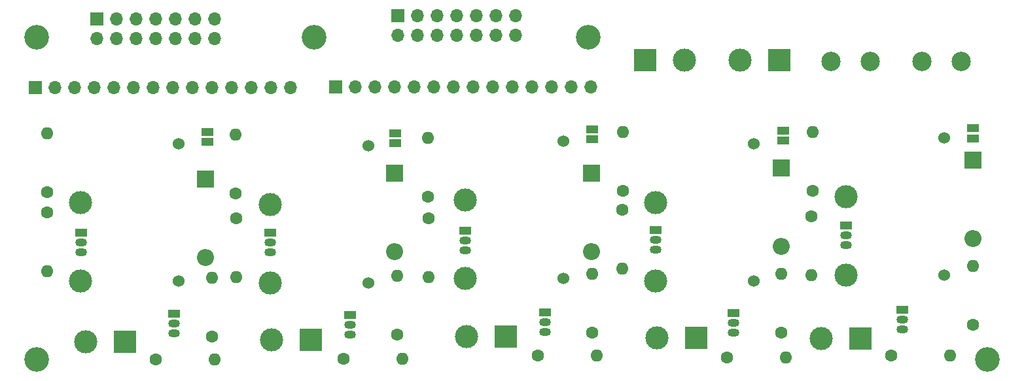
<source format=gbr>
%TF.GenerationSoftware,KiCad,Pcbnew,(5.1.9)-1*%
%TF.CreationDate,2023-03-23T17:51:48+02:00*%
%TF.ProjectId,jantteri-testrack-interface,6a616e74-7465-4726-992d-746573747261,rev?*%
%TF.SameCoordinates,Original*%
%TF.FileFunction,Soldermask,Top*%
%TF.FilePolarity,Negative*%
%FSLAX46Y46*%
G04 Gerber Fmt 4.6, Leading zero omitted, Abs format (unit mm)*
G04 Created by KiCad (PCBNEW (5.1.9)-1) date 2023-03-23 17:51:48*
%MOMM*%
%LPD*%
G01*
G04 APERTURE LIST*
%ADD10C,3.200000*%
%ADD11O,2.200000X2.200000*%
%ADD12R,2.200000X2.200000*%
%ADD13O,1.700000X1.700000*%
%ADD14R,1.700000X1.700000*%
%ADD15R,1.500000X1.000000*%
%ADD16R,1.500000X1.050000*%
%ADD17O,1.500000X1.050000*%
%ADD18C,1.600000*%
%ADD19O,1.600000X1.600000*%
%ADD20C,1.524000*%
%ADD21C,3.000000*%
%ADD22C,2.500000*%
%ADD23R,3.000000X3.000000*%
G04 APERTURE END LIST*
D10*
%TO.C,REF\u002A\u002A*%
X114706400Y-74320400D03*
%TD*%
%TO.C,REF\u002A\u002A*%
X150164800Y-74320400D03*
%TD*%
%TO.C,REF\u002A\u002A*%
X201828400Y-116078000D03*
%TD*%
%TO.C,REF\u002A\u002A*%
X78841600Y-116078000D03*
%TD*%
%TO.C,REF\u002A\u002A*%
X78841600Y-74320400D03*
%TD*%
D11*
%TO.C,D1*%
X100685600Y-102870000D03*
D12*
X100685600Y-92710000D03*
%TD*%
%TO.C,D2*%
X125120400Y-91897200D03*
D11*
X125120400Y-102057200D03*
%TD*%
D12*
%TO.C,D3*%
X150622000Y-91948000D03*
D11*
X150622000Y-102108000D03*
%TD*%
D12*
%TO.C,D4*%
X199999600Y-90220800D03*
D11*
X199999600Y-100380800D03*
%TD*%
%TO.C,D5*%
X175158400Y-101396800D03*
D12*
X175158400Y-91236800D03*
%TD*%
D13*
%TO.C,J1*%
X140817600Y-74066400D03*
X140817600Y-71526400D03*
X138277600Y-74066400D03*
X138277600Y-71526400D03*
X135737600Y-74066400D03*
X135737600Y-71526400D03*
X133197600Y-74066400D03*
X133197600Y-71526400D03*
X130657600Y-74066400D03*
X130657600Y-71526400D03*
X128117600Y-74066400D03*
X128117600Y-71526400D03*
X125577600Y-74066400D03*
D14*
X125577600Y-71526400D03*
%TD*%
%TO.C,J2*%
X117551200Y-80721200D03*
D13*
X120091200Y-80721200D03*
X122631200Y-80721200D03*
X125171200Y-80721200D03*
X127711200Y-80721200D03*
X130251200Y-80721200D03*
X132791200Y-80721200D03*
X135331200Y-80721200D03*
X137871200Y-80721200D03*
X140411200Y-80721200D03*
X142951200Y-80721200D03*
X145491200Y-80721200D03*
X148031200Y-80721200D03*
X150571200Y-80721200D03*
%TD*%
D14*
%TO.C,J3*%
X86614000Y-71932800D03*
D13*
X86614000Y-74472800D03*
X89154000Y-71932800D03*
X89154000Y-74472800D03*
X91694000Y-71932800D03*
X91694000Y-74472800D03*
X94234000Y-71932800D03*
X94234000Y-74472800D03*
X96774000Y-71932800D03*
X96774000Y-74472800D03*
X99314000Y-71932800D03*
X99314000Y-74472800D03*
X101854000Y-71932800D03*
X101854000Y-74472800D03*
%TD*%
%TO.C,J5*%
X111709200Y-80822800D03*
X109169200Y-80822800D03*
X106629200Y-80822800D03*
X104089200Y-80822800D03*
X101549200Y-80822800D03*
X99009200Y-80822800D03*
X96469200Y-80822800D03*
X93929200Y-80822800D03*
X91389200Y-80822800D03*
X88849200Y-80822800D03*
X86309200Y-80822800D03*
X83769200Y-80822800D03*
X81229200Y-80822800D03*
D14*
X78689200Y-80822800D03*
%TD*%
D15*
%TO.C,JP1*%
X100888800Y-87863200D03*
X100888800Y-86563200D03*
%TD*%
%TO.C,JP2*%
X125222000Y-86766400D03*
X125222000Y-88066400D03*
%TD*%
%TO.C,JP3*%
X150672800Y-87558400D03*
X150672800Y-86258400D03*
%TD*%
%TO.C,JP4*%
X175463200Y-86421200D03*
X175463200Y-87721200D03*
%TD*%
%TO.C,JP5*%
X199999600Y-87426800D03*
X199999600Y-86126800D03*
%TD*%
D16*
%TO.C,Q1*%
X96621600Y-110134400D03*
D17*
X96621600Y-112674400D03*
X96621600Y-111404400D03*
%TD*%
%TO.C,Q2*%
X119380000Y-111607600D03*
X119380000Y-112877600D03*
D16*
X119380000Y-110337600D03*
%TD*%
D17*
%TO.C,Q3*%
X144627600Y-111201200D03*
X144627600Y-112471200D03*
D16*
X144627600Y-109931200D03*
%TD*%
%TO.C,Q4*%
X190804800Y-109626400D03*
D17*
X190804800Y-112166400D03*
X190804800Y-110896400D03*
%TD*%
%TO.C,Q5*%
X169011600Y-111353600D03*
X169011600Y-112623600D03*
D16*
X169011600Y-110083600D03*
%TD*%
D18*
%TO.C,R1*%
X80162400Y-96977200D03*
D19*
X80162400Y-104597200D03*
%TD*%
%TO.C,R2*%
X80213200Y-86766400D03*
D18*
X80213200Y-94386400D03*
%TD*%
D19*
%TO.C,R3*%
X104648000Y-105410000D03*
D18*
X104648000Y-97790000D03*
%TD*%
%TO.C,R4*%
X104597200Y-94538800D03*
D19*
X104597200Y-86918800D03*
%TD*%
D18*
%TO.C,R5*%
X129540000Y-97739200D03*
D19*
X129540000Y-105359200D03*
%TD*%
%TO.C,R6*%
X129438400Y-87376000D03*
D18*
X129438400Y-94996000D03*
%TD*%
%TO.C,R10*%
X101498400Y-113080800D03*
D19*
X101498400Y-105460800D03*
%TD*%
D18*
%TO.C,R11*%
X125476000Y-112877600D03*
D19*
X125476000Y-105257600D03*
%TD*%
%TO.C,R12*%
X150723600Y-104952800D03*
D18*
X150723600Y-112572800D03*
%TD*%
%TO.C,R13*%
X94234000Y-116078000D03*
D19*
X101854000Y-116078000D03*
%TD*%
%TO.C,R14*%
X126136400Y-115976400D03*
D18*
X118516400Y-115976400D03*
%TD*%
%TO.C,R15*%
X143662400Y-115570000D03*
D19*
X151282400Y-115570000D03*
%TD*%
D18*
%TO.C,R16*%
X179070000Y-97536000D03*
D19*
X179070000Y-105156000D03*
%TD*%
D18*
%TO.C,R17*%
X179222400Y-94183200D03*
D19*
X179222400Y-86563200D03*
%TD*%
D18*
%TO.C,R18*%
X154635200Y-96672400D03*
D19*
X154635200Y-104292400D03*
%TD*%
%TO.C,R19*%
X154686000Y-86563200D03*
D18*
X154686000Y-94183200D03*
%TD*%
D19*
%TO.C,R22*%
X199948800Y-103936800D03*
D18*
X199948800Y-111556800D03*
%TD*%
D19*
%TO.C,R23*%
X175158400Y-104952800D03*
D18*
X175158400Y-112572800D03*
%TD*%
%TO.C,R24*%
X189382400Y-115570000D03*
D19*
X197002400Y-115570000D03*
%TD*%
D18*
%TO.C,R25*%
X168148000Y-115773200D03*
D19*
X175768000Y-115773200D03*
%TD*%
D20*
%TO.C,U1*%
X97231200Y-105918000D03*
X97231200Y-88138000D03*
D21*
X84531200Y-95758000D03*
X84531200Y-105918000D03*
%TD*%
%TO.C,U2*%
X109067600Y-106121200D03*
X109067600Y-95961200D03*
D20*
X121767600Y-88341200D03*
X121767600Y-106121200D03*
%TD*%
D21*
%TO.C,U3*%
X134315200Y-105562400D03*
X134315200Y-95402400D03*
D20*
X147015200Y-87782400D03*
X147015200Y-105562400D03*
%TD*%
%TO.C,U4*%
X196240400Y-105156000D03*
X196240400Y-87376000D03*
D21*
X183540400Y-94996000D03*
X183540400Y-105156000D03*
%TD*%
D20*
%TO.C,U5*%
X171653200Y-105867200D03*
X171653200Y-88087200D03*
D21*
X158953200Y-95707200D03*
X158953200Y-105867200D03*
%TD*%
D22*
%TO.C,J4*%
X181610000Y-77470000D03*
X186690000Y-77470000D03*
%TD*%
%TO.C,J6*%
X198475600Y-77470000D03*
X193395600Y-77470000D03*
%TD*%
D21*
%TO.C,J7*%
X85140800Y-113741200D03*
D23*
X90220800Y-113741200D03*
%TD*%
%TO.C,J8*%
X114300000Y-113538000D03*
D21*
X109220000Y-113538000D03*
%TD*%
D23*
%TO.C,J9*%
X139547600Y-113131600D03*
D21*
X134467600Y-113131600D03*
%TD*%
D23*
%TO.C,J10*%
X185420000Y-113334800D03*
D21*
X180340000Y-113334800D03*
%TD*%
%TO.C,J11*%
X159105600Y-113233200D03*
D23*
X164185600Y-113233200D03*
%TD*%
D21*
%TO.C,J12*%
X169875200Y-77317600D03*
D23*
X174955200Y-77317600D03*
%TD*%
%TO.C,J13*%
X157530800Y-77317600D03*
D21*
X162610800Y-77317600D03*
%TD*%
D16*
%TO.C,Q6*%
X84582000Y-99618800D03*
D17*
X84582000Y-102158800D03*
X84582000Y-100888800D03*
%TD*%
D16*
%TO.C,Q7*%
X109067600Y-99669600D03*
D17*
X109067600Y-102209600D03*
X109067600Y-100939600D03*
%TD*%
%TO.C,Q8*%
X134315200Y-100634800D03*
X134315200Y-101904800D03*
D16*
X134315200Y-99364800D03*
%TD*%
D17*
%TO.C,Q9*%
X183540400Y-99974400D03*
X183540400Y-101244400D03*
D16*
X183540400Y-98704400D03*
%TD*%
D17*
%TO.C,Q10*%
X158953200Y-100533200D03*
X158953200Y-101803200D03*
D16*
X158953200Y-99263200D03*
%TD*%
M02*

</source>
